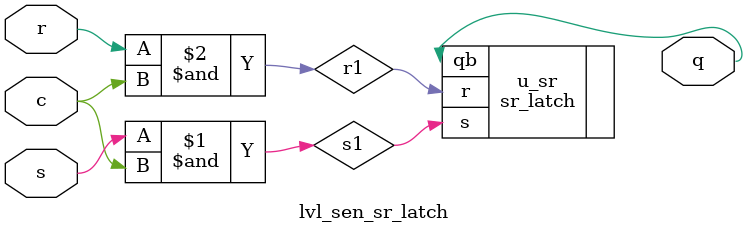
<source format=sv>
`timescale 1ns / 1ps
module lvl_sen_sr_latch (output logic q, input logic s, input logic r,
	input logic c);
	
	// Enter your code here ...
	//
	// add output from and gates
	//
	logic s1;
	logic r1;
	assign s1 = s & c;
	assign r1 = r & c;
	
	// add init code here
	//
	sr_latch u_sr (.qb(q), .s(s1), .r(r1));

endmodule

</source>
